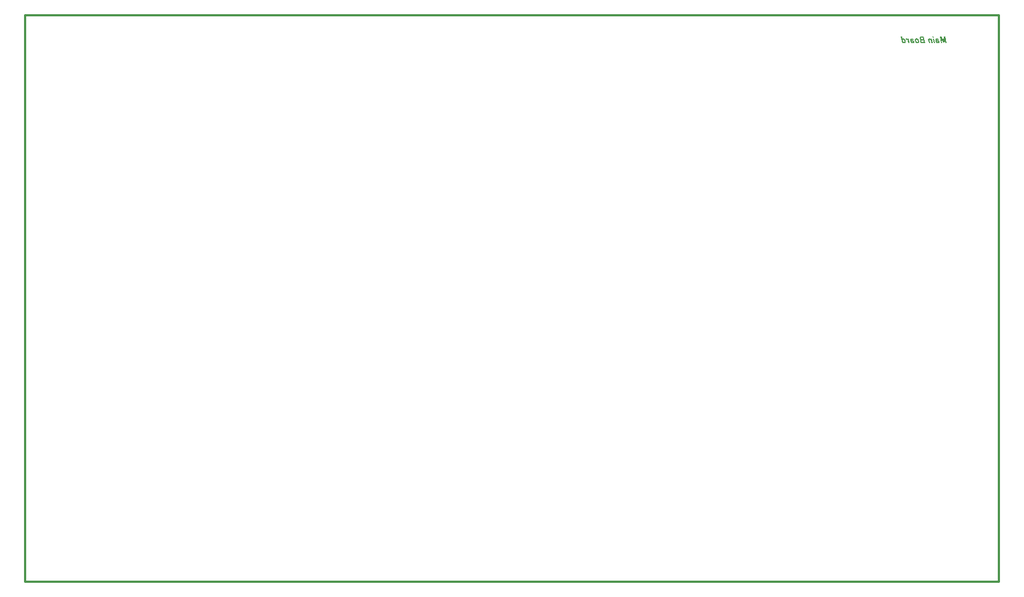
<source format=gbr>
%TF.GenerationSoftware,KiCad,Pcbnew,9.0.2*%
%TF.CreationDate,2025-08-22T18:27:53+01:00*%
%TF.ProjectId,MC8P_MIDI_CONTROLLER,4d433850-5f4d-4494-9449-5f434f4e5452,rev?*%
%TF.SameCoordinates,Original*%
%TF.FileFunction,Legend,Bot*%
%TF.FilePolarity,Positive*%
%FSLAX46Y46*%
G04 Gerber Fmt 4.6, Leading zero omitted, Abs format (unit mm)*
G04 Created by KiCad (PCBNEW 9.0.2) date 2025-08-22 18:27:53*
%MOMM*%
%LPD*%
G01*
G04 APERTURE LIST*
%ADD10C,0.300000*%
%ADD11C,0.200000*%
G04 APERTURE END LIST*
D10*
X21980000Y-22000000D02*
X172980000Y-22000000D01*
X172980000Y-110000000D01*
X21980000Y-110000000D01*
X21980000Y-22000000D01*
D11*
G36*
X164055174Y-25336725D02*
G01*
X163813984Y-25336725D01*
X164020491Y-26330000D01*
X164186821Y-26330000D01*
X164026475Y-25558742D01*
X164028979Y-25602461D01*
X164342953Y-26219357D01*
X164504642Y-26219357D01*
X164564970Y-25616139D01*
X164546346Y-25558742D01*
X164706692Y-26330000D01*
X164873082Y-26330000D01*
X164666575Y-25336725D01*
X164425324Y-25336725D01*
X164379467Y-26006195D01*
X164055174Y-25336725D01*
G37*
G36*
X163321224Y-25880532D02*
G01*
X163318576Y-25848511D01*
X163324329Y-25823976D01*
X163337527Y-25804694D01*
X163356978Y-25790757D01*
X163384500Y-25781505D01*
X163422829Y-25778011D01*
X163461624Y-25781184D01*
X163502391Y-25791017D01*
X163541649Y-25806643D01*
X163577374Y-25827226D01*
X163667255Y-25713164D01*
X163611010Y-25670509D01*
X163542020Y-25637693D01*
X163466483Y-25617540D01*
X163385338Y-25610704D01*
X163325330Y-25614577D01*
X163276486Y-25625276D01*
X163236838Y-25641784D01*
X163202037Y-25665941D01*
X163175974Y-25695751D01*
X163157704Y-25731971D01*
X163147981Y-25771839D01*
X163146157Y-25818739D01*
X163153551Y-25874364D01*
X163248257Y-26330000D01*
X163414647Y-26330000D01*
X163321224Y-25880532D01*
G37*
G36*
X163609858Y-26340258D02*
G01*
X163666467Y-26336092D01*
X163709379Y-26324899D01*
X163741557Y-26308039D01*
X163765258Y-26285975D01*
X163781826Y-26258144D01*
X163791630Y-26222899D01*
X163793707Y-26178073D01*
X163786079Y-26120989D01*
X163771215Y-26069686D01*
X163750397Y-26027112D01*
X163723897Y-25991932D01*
X163691496Y-25963208D01*
X163640385Y-25935181D01*
X163576063Y-25917130D01*
X163495186Y-25910573D01*
X163321407Y-25910573D01*
X163341741Y-26053333D01*
X163524190Y-26053333D01*
X163562737Y-26057897D01*
X163589769Y-26070064D01*
X163609325Y-26090596D01*
X163621032Y-26120989D01*
X163622453Y-26143277D01*
X163617209Y-26159838D01*
X163605767Y-26172524D01*
X163578756Y-26184334D01*
X163530357Y-26189255D01*
X163461447Y-26184362D01*
X163417639Y-26172219D01*
X163394282Y-26158144D01*
X163379108Y-26140577D01*
X163370744Y-26118913D01*
X163378133Y-26222044D01*
X163395806Y-26256973D01*
X163426065Y-26286952D01*
X163464518Y-26309964D01*
X163510573Y-26326946D01*
X163559619Y-26336923D01*
X163609858Y-26340258D01*
G37*
G36*
X162855270Y-25336725D02*
G01*
X162672149Y-25336725D01*
X162711045Y-25523937D01*
X162894166Y-25523937D01*
X162855270Y-25336725D01*
G37*
G36*
X162914377Y-25620901D02*
G01*
X162731256Y-25620901D01*
X162878656Y-26330000D01*
X163061777Y-26330000D01*
X162914377Y-25620901D01*
G37*
G36*
X162553569Y-25620901D02*
G01*
X162370448Y-25620901D01*
X162517848Y-26330000D01*
X162700969Y-26330000D01*
X162553569Y-25620901D01*
G37*
G36*
X162210713Y-25900315D02*
G01*
X162207325Y-25866168D01*
X162211856Y-25840041D01*
X162223047Y-25819715D01*
X162240551Y-25804532D01*
X162265237Y-25794697D01*
X162299617Y-25791017D01*
X162332404Y-25794423D01*
X162360245Y-25804163D01*
X162384187Y-25820081D01*
X162403637Y-25841351D01*
X162418556Y-25868158D01*
X162428822Y-25901659D01*
X162410198Y-25744549D01*
X162361771Y-25684147D01*
X162314211Y-25644166D01*
X162279078Y-25625741D01*
X162240392Y-25614552D01*
X162197280Y-25610704D01*
X162143632Y-25616039D01*
X162101648Y-25630755D01*
X162068734Y-25653951D01*
X162043285Y-25686175D01*
X162026784Y-25723947D01*
X162017695Y-25770555D01*
X162017263Y-25828245D01*
X162027531Y-25899644D01*
X162116985Y-26330000D01*
X162300045Y-26330000D01*
X162210713Y-25900315D01*
G37*
G36*
X161413199Y-26149626D02*
G01*
X161103133Y-26149626D01*
X161062313Y-26145904D01*
X161028214Y-26135392D01*
X160999513Y-26118546D01*
X160975775Y-26095410D01*
X160958320Y-26066762D01*
X160947001Y-26031474D01*
X160946573Y-26029398D01*
X160943215Y-25993334D01*
X160948588Y-25965223D01*
X160962478Y-25941931D01*
X160985225Y-25924617D01*
X161014301Y-25914375D01*
X161053429Y-25910573D01*
X161363496Y-25910573D01*
X161326004Y-25730200D01*
X161015938Y-25730200D01*
X160979132Y-25726706D01*
X160948222Y-25716800D01*
X160922027Y-25700830D01*
X160900493Y-25679066D01*
X160884404Y-25651900D01*
X160873728Y-25618215D01*
X160871159Y-25587038D01*
X160876667Y-25562896D01*
X160889359Y-25543721D01*
X160908176Y-25529776D01*
X160934718Y-25520568D01*
X160971608Y-25517098D01*
X161281674Y-25517098D01*
X161244183Y-25336725D01*
X160928133Y-25336725D01*
X160865884Y-25340685D01*
X160815074Y-25351634D01*
X160773710Y-25368538D01*
X160737343Y-25393292D01*
X160710239Y-25423779D01*
X160691339Y-25460739D01*
X160681246Y-25501564D01*
X160679283Y-25549380D01*
X160686760Y-25605881D01*
X160703927Y-25661109D01*
X160730540Y-25708707D01*
X160766340Y-25749312D01*
X160810957Y-25782163D01*
X160862267Y-25805938D01*
X160921905Y-25821058D01*
X160863900Y-25836097D01*
X160820300Y-25861053D01*
X160796999Y-25883833D01*
X160779557Y-25910599D01*
X160767665Y-25942020D01*
X160761088Y-25993858D01*
X160767971Y-26057424D01*
X160768398Y-26059501D01*
X160783973Y-26114803D01*
X160805839Y-26163232D01*
X160833855Y-26205680D01*
X160868393Y-26242857D01*
X160908658Y-26273615D01*
X160955305Y-26298248D01*
X161005411Y-26315533D01*
X161061109Y-26326271D01*
X161123283Y-26330000D01*
X161450690Y-26330000D01*
X161413199Y-26149626D01*
G37*
G36*
X161324356Y-25336725D02*
G01*
X161141296Y-25336725D01*
X161347803Y-26330000D01*
X161530863Y-26330000D01*
X161324356Y-25336725D01*
G37*
G36*
X160274147Y-25614884D02*
G01*
X160330338Y-25626966D01*
X160381212Y-25646547D01*
X160428092Y-25674053D01*
X160469243Y-25708716D01*
X160505165Y-25751083D01*
X160534173Y-25798696D01*
X160557362Y-25853337D01*
X160574469Y-25916008D01*
X160598527Y-26031474D01*
X160607737Y-26096850D01*
X160607114Y-26151921D01*
X160598161Y-26198536D01*
X160579822Y-26241495D01*
X160553292Y-26276269D01*
X160517927Y-26304049D01*
X160476609Y-26323351D01*
X160425805Y-26335773D01*
X160363382Y-26340258D01*
X160300960Y-26336039D01*
X160244750Y-26323837D01*
X160193817Y-26304049D01*
X160146843Y-26276328D01*
X160105652Y-26241556D01*
X160069741Y-26199207D01*
X160040744Y-26151548D01*
X160017488Y-26096674D01*
X160000254Y-26033550D01*
X159975769Y-25916008D01*
X159970278Y-25876733D01*
X160154709Y-25876733D01*
X160158890Y-25916008D01*
X160183375Y-26033550D01*
X160195015Y-26071906D01*
X160211784Y-26102540D01*
X160233506Y-26126789D01*
X160260204Y-26144993D01*
X160290855Y-26156043D01*
X160326563Y-26159884D01*
X160361896Y-26155705D01*
X160387239Y-26144459D01*
X160405209Y-26126789D01*
X160416154Y-26103582D01*
X160420249Y-26073344D01*
X160415894Y-26033550D01*
X160391409Y-25916008D01*
X160379896Y-25878075D01*
X160363330Y-25847782D01*
X160341889Y-25823806D01*
X160315453Y-25805764D01*
X160285141Y-25794819D01*
X160249870Y-25791017D01*
X160214486Y-25795147D01*
X160188867Y-25806290D01*
X160170491Y-25823806D01*
X160159093Y-25846837D01*
X160154709Y-25876733D01*
X159970278Y-25876733D01*
X159966763Y-25851594D01*
X159967537Y-25797223D01*
X159976624Y-25751083D01*
X159995020Y-25708549D01*
X160021620Y-25674090D01*
X160057102Y-25646547D01*
X160098433Y-25627446D01*
X160149260Y-25615146D01*
X160211707Y-25610704D01*
X160274147Y-25614884D01*
G37*
G36*
X159403569Y-25880532D02*
G01*
X159400921Y-25848511D01*
X159406674Y-25823976D01*
X159419872Y-25804694D01*
X159439323Y-25790757D01*
X159466845Y-25781505D01*
X159505174Y-25778011D01*
X159543968Y-25781184D01*
X159584736Y-25791017D01*
X159623993Y-25806643D01*
X159659719Y-25827226D01*
X159749600Y-25713164D01*
X159693355Y-25670509D01*
X159624364Y-25637693D01*
X159548828Y-25617540D01*
X159467683Y-25610704D01*
X159407675Y-25614577D01*
X159358831Y-25625276D01*
X159319183Y-25641784D01*
X159284382Y-25665941D01*
X159258319Y-25695751D01*
X159240048Y-25731971D01*
X159230325Y-25771839D01*
X159228502Y-25818739D01*
X159235896Y-25874364D01*
X159330601Y-26330000D01*
X159496992Y-26330000D01*
X159403569Y-25880532D01*
G37*
G36*
X159692203Y-26340258D02*
G01*
X159748811Y-26336092D01*
X159791724Y-26324899D01*
X159823902Y-26308039D01*
X159847602Y-26285975D01*
X159864171Y-26258144D01*
X159873975Y-26222899D01*
X159876052Y-26178073D01*
X159868424Y-26120989D01*
X159853560Y-26069686D01*
X159832742Y-26027112D01*
X159806242Y-25991932D01*
X159773841Y-25963208D01*
X159722730Y-25935181D01*
X159658408Y-25917130D01*
X159577531Y-25910573D01*
X159403752Y-25910573D01*
X159424085Y-26053333D01*
X159606535Y-26053333D01*
X159645082Y-26057897D01*
X159672114Y-26070064D01*
X159691670Y-26090596D01*
X159703377Y-26120989D01*
X159704798Y-26143277D01*
X159699554Y-26159838D01*
X159688112Y-26172524D01*
X159661100Y-26184334D01*
X159612702Y-26189255D01*
X159543792Y-26184362D01*
X159499984Y-26172219D01*
X159476627Y-26158144D01*
X159461453Y-26140577D01*
X159453089Y-26118913D01*
X159460478Y-26222044D01*
X159478151Y-26256973D01*
X159508410Y-26286952D01*
X159546863Y-26309964D01*
X159592918Y-26326946D01*
X159641963Y-26336923D01*
X159692203Y-26340258D01*
G37*
G36*
X158986646Y-25620901D02*
G01*
X158790214Y-25620901D01*
X158937615Y-26330000D01*
X159134047Y-26330000D01*
X158986646Y-25620901D01*
G37*
G36*
X158637440Y-25818372D02*
G01*
X158649624Y-25806546D01*
X158665956Y-25797855D01*
X158684987Y-25792852D01*
X158709309Y-25791017D01*
X158744796Y-25795194D01*
X158775586Y-25807321D01*
X158802793Y-25827592D01*
X158824680Y-25854002D01*
X158841932Y-25887333D01*
X158854267Y-25929014D01*
X158829965Y-25744549D01*
X158784123Y-25687025D01*
X158734893Y-25645875D01*
X158698314Y-25625899D01*
X158662568Y-25614444D01*
X158626999Y-25610704D01*
X158585384Y-25614393D01*
X158551467Y-25624687D01*
X158522132Y-25642081D01*
X158498832Y-25666025D01*
X158637440Y-25818372D01*
G37*
G36*
X157970108Y-25336725D02*
G01*
X157786987Y-25336725D01*
X157993494Y-26330000D01*
X158176615Y-26330000D01*
X157970108Y-25336725D01*
G37*
G36*
X158339769Y-26340258D02*
G01*
X158387556Y-26335857D01*
X158426435Y-26323562D01*
X158458227Y-26304049D01*
X158483972Y-26277187D01*
X158503357Y-26242799D01*
X158516235Y-26199207D01*
X158521196Y-26153342D01*
X158519311Y-26098679D01*
X158509213Y-26033550D01*
X158485582Y-25920099D01*
X158469008Y-25856015D01*
X158448168Y-25800585D01*
X158423422Y-25752793D01*
X158392622Y-25708981D01*
X158358722Y-25674029D01*
X158321573Y-25646913D01*
X158280320Y-25626882D01*
X158236089Y-25614814D01*
X158188094Y-25610704D01*
X158152408Y-25614596D01*
X158121369Y-25625860D01*
X158093939Y-25644532D01*
X158071409Y-25669235D01*
X158053372Y-25700749D01*
X158040022Y-25740458D01*
X158086734Y-25897568D01*
X158082739Y-25862709D01*
X158085940Y-25836079D01*
X158096188Y-25813611D01*
X158112990Y-25797489D01*
X158135414Y-25787768D01*
X158166113Y-25784178D01*
X158198906Y-25788232D01*
X158227648Y-25800080D01*
X158253368Y-25820081D01*
X158273969Y-25845918D01*
X158290534Y-25878990D01*
X158302705Y-25920832D01*
X158326153Y-26033550D01*
X158331206Y-26075845D01*
X158327967Y-26107752D01*
X158318215Y-26131919D01*
X158301398Y-26150753D01*
X158277973Y-26162438D01*
X158245614Y-26166723D01*
X158214114Y-26163383D01*
X158187056Y-26153778D01*
X158163550Y-26137970D01*
X158144192Y-26116226D01*
X158129784Y-26089690D01*
X158119829Y-26056753D01*
X158144131Y-26218625D01*
X158182499Y-26270754D01*
X158228333Y-26308506D01*
X158263248Y-26326149D01*
X158300177Y-26336691D01*
X158339769Y-26340258D01*
G37*
M02*

</source>
